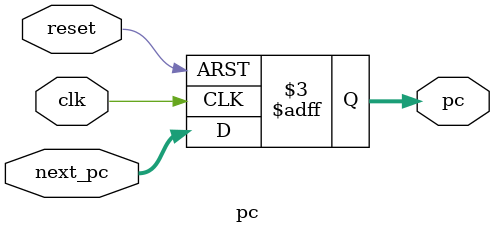
<source format=v>
`timescale 1ns / 1ps
module pc(
	input clk,
	input reset,
	input [31:0] next_pc,
	output reg [31:0] pc //´æ´¢ÏÖÔÚµÄpc
);
	parameter init = 32'h0000_3000;
	
	always @(posedge clk, posedge reset) begin
		if (reset == 1'b1) begin
			pc <= init;
		end else begin
			pc <= next_pc;
			//$display("pc:%h", pc);
		end
	end


endmodule

</source>
